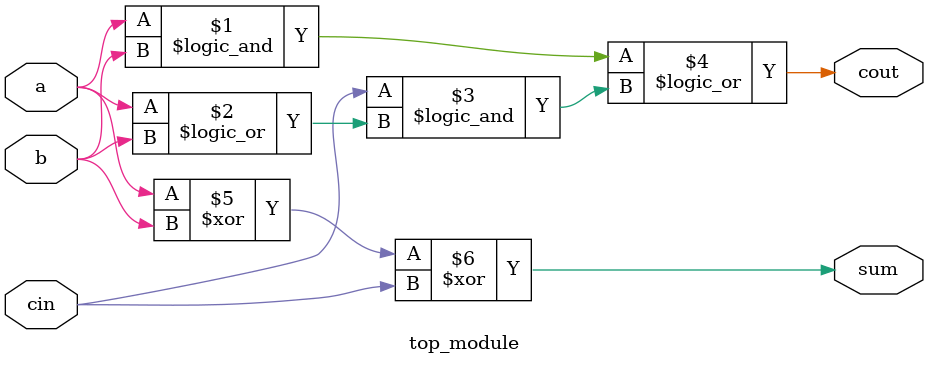
<source format=v>
module top_module( 
    input a, b, cin,
    output cout, sum );
    assign cout = (a && b) || (cin && (a || b));
    assign sum = a ^ b ^ cin;
endmodule

</source>
